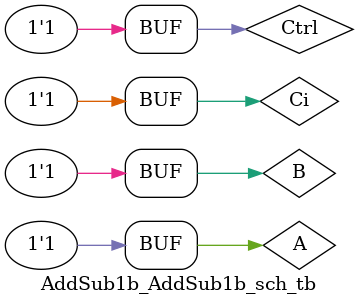
<source format=v>

`timescale 1ns / 1ps

module AddSub1b_AddSub1b_sch_tb();

// Inputs
	reg Ci;
	reg A;
	reg B;
	reg Ctrl;
// Output
	wire S;
	wire Co;
// Bidirs

// Instantiate the UUT
   AddSub1b UUT (
		.Ci(Ci),
		.A(A),
		.S(S),
		.Co(Co),
		.B(B),
		.Ctrl(Ctrl)
   );
// Initialize Inputs
	initial begin
		A=0;
		B=0;
		Ci=0;
		Ctrl=0;
		#50;
		A=0;
		B=1;
		#50
		A=1;
		B=0;
		#50
		A=1;
		B=1;
		#50
		A=0;
		B=0;
		Ctrl=1;
		Ci=1;	
		#50
		A=0;
		B=1;
		#50
		A=1;
		B=0;
		#50
		A=1;
		B=1;
	end
endmodule

</source>
